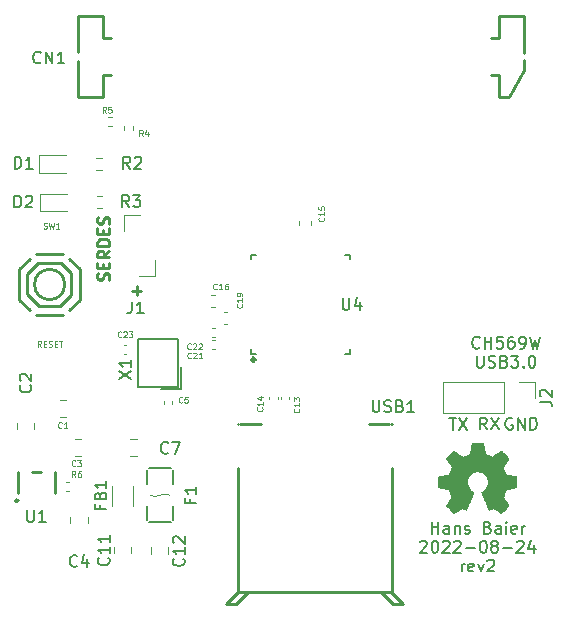
<source format=gbr>
%TF.GenerationSoftware,KiCad,Pcbnew,6.0.7-f9a2dced07~116~ubuntu20.04.1*%
%TF.CreationDate,2022-08-24T05:01:59+07:00*%
%TF.ProjectId,CH569Board,43483536-3942-46f6-9172-642e6b696361,rev?*%
%TF.SameCoordinates,Original*%
%TF.FileFunction,Legend,Top*%
%TF.FilePolarity,Positive*%
%FSLAX46Y46*%
G04 Gerber Fmt 4.6, Leading zero omitted, Abs format (unit mm)*
G04 Created by KiCad (PCBNEW 6.0.7-f9a2dced07~116~ubuntu20.04.1) date 2022-08-24 05:01:59*
%MOMM*%
%LPD*%
G01*
G04 APERTURE LIST*
%ADD10C,0.250000*%
%ADD11C,0.150000*%
%ADD12C,0.125000*%
%ADD13C,0.120000*%
%ADD14C,0.080000*%
%ADD15C,0.010000*%
%ADD16C,0.200000*%
%ADD17C,0.300000*%
G04 APERTURE END LIST*
D10*
X111328247Y-102230228D02*
X112090152Y-102230228D01*
X111709200Y-102611180D02*
X111709200Y-101849276D01*
D11*
X136684489Y-122793475D02*
X136684489Y-121793475D01*
X136684489Y-122269666D02*
X137255917Y-122269666D01*
X137255917Y-122793475D02*
X137255917Y-121793475D01*
X138160679Y-122793475D02*
X138160679Y-122269666D01*
X138113060Y-122174428D01*
X138017822Y-122126809D01*
X137827346Y-122126809D01*
X137732108Y-122174428D01*
X138160679Y-122745856D02*
X138065441Y-122793475D01*
X137827346Y-122793475D01*
X137732108Y-122745856D01*
X137684489Y-122650618D01*
X137684489Y-122555380D01*
X137732108Y-122460142D01*
X137827346Y-122412523D01*
X138065441Y-122412523D01*
X138160679Y-122364904D01*
X138636870Y-122126809D02*
X138636870Y-122793475D01*
X138636870Y-122222047D02*
X138684489Y-122174428D01*
X138779727Y-122126809D01*
X138922584Y-122126809D01*
X139017822Y-122174428D01*
X139065441Y-122269666D01*
X139065441Y-122793475D01*
X139494012Y-122745856D02*
X139589251Y-122793475D01*
X139779727Y-122793475D01*
X139874965Y-122745856D01*
X139922584Y-122650618D01*
X139922584Y-122602999D01*
X139874965Y-122507761D01*
X139779727Y-122460142D01*
X139636870Y-122460142D01*
X139541631Y-122412523D01*
X139494012Y-122317285D01*
X139494012Y-122269666D01*
X139541631Y-122174428D01*
X139636870Y-122126809D01*
X139779727Y-122126809D01*
X139874965Y-122174428D01*
X141446393Y-122269666D02*
X141589251Y-122317285D01*
X141636870Y-122364904D01*
X141684489Y-122460142D01*
X141684489Y-122602999D01*
X141636870Y-122698237D01*
X141589251Y-122745856D01*
X141494012Y-122793475D01*
X141113060Y-122793475D01*
X141113060Y-121793475D01*
X141446393Y-121793475D01*
X141541631Y-121841095D01*
X141589251Y-121888714D01*
X141636870Y-121983952D01*
X141636870Y-122079190D01*
X141589251Y-122174428D01*
X141541631Y-122222047D01*
X141446393Y-122269666D01*
X141113060Y-122269666D01*
X142541631Y-122793475D02*
X142541631Y-122269666D01*
X142494012Y-122174428D01*
X142398774Y-122126809D01*
X142208298Y-122126809D01*
X142113060Y-122174428D01*
X142541631Y-122745856D02*
X142446393Y-122793475D01*
X142208298Y-122793475D01*
X142113060Y-122745856D01*
X142065441Y-122650618D01*
X142065441Y-122555380D01*
X142113060Y-122460142D01*
X142208298Y-122412523D01*
X142446393Y-122412523D01*
X142541631Y-122364904D01*
X143017822Y-122793475D02*
X143017822Y-122126809D01*
X143017822Y-121793475D02*
X142970203Y-121841095D01*
X143017822Y-121888714D01*
X143065441Y-121841095D01*
X143017822Y-121793475D01*
X143017822Y-121888714D01*
X143874965Y-122745856D02*
X143779727Y-122793475D01*
X143589251Y-122793475D01*
X143494012Y-122745856D01*
X143446393Y-122650618D01*
X143446393Y-122269666D01*
X143494012Y-122174428D01*
X143589251Y-122126809D01*
X143779727Y-122126809D01*
X143874965Y-122174428D01*
X143922584Y-122269666D01*
X143922584Y-122364904D01*
X143446393Y-122460142D01*
X144351155Y-122793475D02*
X144351155Y-122126809D01*
X144351155Y-122317285D02*
X144398774Y-122222047D01*
X144446393Y-122174428D01*
X144541631Y-122126809D01*
X144636870Y-122126809D01*
X135732108Y-123498714D02*
X135779727Y-123451095D01*
X135874965Y-123403475D01*
X136113060Y-123403475D01*
X136208298Y-123451095D01*
X136255917Y-123498714D01*
X136303536Y-123593952D01*
X136303536Y-123689190D01*
X136255917Y-123832047D01*
X135684489Y-124403475D01*
X136303536Y-124403475D01*
X136922584Y-123403475D02*
X137017822Y-123403475D01*
X137113060Y-123451095D01*
X137160679Y-123498714D01*
X137208298Y-123593952D01*
X137255917Y-123784428D01*
X137255917Y-124022523D01*
X137208298Y-124212999D01*
X137160679Y-124308237D01*
X137113060Y-124355856D01*
X137017822Y-124403475D01*
X136922584Y-124403475D01*
X136827346Y-124355856D01*
X136779727Y-124308237D01*
X136732108Y-124212999D01*
X136684489Y-124022523D01*
X136684489Y-123784428D01*
X136732108Y-123593952D01*
X136779727Y-123498714D01*
X136827346Y-123451095D01*
X136922584Y-123403475D01*
X137636870Y-123498714D02*
X137684489Y-123451095D01*
X137779727Y-123403475D01*
X138017822Y-123403475D01*
X138113060Y-123451095D01*
X138160679Y-123498714D01*
X138208298Y-123593952D01*
X138208298Y-123689190D01*
X138160679Y-123832047D01*
X137589251Y-124403475D01*
X138208298Y-124403475D01*
X138589251Y-123498714D02*
X138636870Y-123451095D01*
X138732108Y-123403475D01*
X138970203Y-123403475D01*
X139065441Y-123451095D01*
X139113060Y-123498714D01*
X139160679Y-123593952D01*
X139160679Y-123689190D01*
X139113060Y-123832047D01*
X138541631Y-124403475D01*
X139160679Y-124403475D01*
X139589251Y-124022523D02*
X140351155Y-124022523D01*
X141017822Y-123403475D02*
X141113060Y-123403475D01*
X141208298Y-123451095D01*
X141255917Y-123498714D01*
X141303536Y-123593952D01*
X141351155Y-123784428D01*
X141351155Y-124022523D01*
X141303536Y-124212999D01*
X141255917Y-124308237D01*
X141208298Y-124355856D01*
X141113060Y-124403475D01*
X141017822Y-124403475D01*
X140922584Y-124355856D01*
X140874965Y-124308237D01*
X140827346Y-124212999D01*
X140779727Y-124022523D01*
X140779727Y-123784428D01*
X140827346Y-123593952D01*
X140874965Y-123498714D01*
X140922584Y-123451095D01*
X141017822Y-123403475D01*
X141922584Y-123832047D02*
X141827346Y-123784428D01*
X141779727Y-123736809D01*
X141732108Y-123641571D01*
X141732108Y-123593952D01*
X141779727Y-123498714D01*
X141827346Y-123451095D01*
X141922584Y-123403475D01*
X142113060Y-123403475D01*
X142208298Y-123451095D01*
X142255917Y-123498714D01*
X142303536Y-123593952D01*
X142303536Y-123641571D01*
X142255917Y-123736809D01*
X142208298Y-123784428D01*
X142113060Y-123832047D01*
X141922584Y-123832047D01*
X141827346Y-123879666D01*
X141779727Y-123927285D01*
X141732108Y-124022523D01*
X141732108Y-124212999D01*
X141779727Y-124308237D01*
X141827346Y-124355856D01*
X141922584Y-124403475D01*
X142113060Y-124403475D01*
X142208298Y-124355856D01*
X142255917Y-124308237D01*
X142303536Y-124212999D01*
X142303536Y-124022523D01*
X142255917Y-123927285D01*
X142208298Y-123879666D01*
X142113060Y-123832047D01*
X142732108Y-124022523D02*
X143494012Y-124022523D01*
X143922584Y-123498714D02*
X143970203Y-123451095D01*
X144065441Y-123403475D01*
X144303536Y-123403475D01*
X144398774Y-123451095D01*
X144446393Y-123498714D01*
X144494012Y-123593952D01*
X144494012Y-123689190D01*
X144446393Y-123832047D01*
X143874965Y-124403475D01*
X144494012Y-124403475D01*
X145351155Y-123736809D02*
X145351155Y-124403475D01*
X145113060Y-123355856D02*
X144874965Y-124070142D01*
X145494012Y-124070142D01*
X140760714Y-107027142D02*
X140713095Y-107074761D01*
X140570238Y-107122380D01*
X140475000Y-107122380D01*
X140332142Y-107074761D01*
X140236904Y-106979523D01*
X140189285Y-106884285D01*
X140141666Y-106693809D01*
X140141666Y-106550952D01*
X140189285Y-106360476D01*
X140236904Y-106265238D01*
X140332142Y-106170000D01*
X140475000Y-106122380D01*
X140570238Y-106122380D01*
X140713095Y-106170000D01*
X140760714Y-106217619D01*
X141189285Y-107122380D02*
X141189285Y-106122380D01*
X141189285Y-106598571D02*
X141760714Y-106598571D01*
X141760714Y-107122380D02*
X141760714Y-106122380D01*
X142713095Y-106122380D02*
X142236904Y-106122380D01*
X142189285Y-106598571D01*
X142236904Y-106550952D01*
X142332142Y-106503333D01*
X142570238Y-106503333D01*
X142665476Y-106550952D01*
X142713095Y-106598571D01*
X142760714Y-106693809D01*
X142760714Y-106931904D01*
X142713095Y-107027142D01*
X142665476Y-107074761D01*
X142570238Y-107122380D01*
X142332142Y-107122380D01*
X142236904Y-107074761D01*
X142189285Y-107027142D01*
X143617857Y-106122380D02*
X143427380Y-106122380D01*
X143332142Y-106170000D01*
X143284523Y-106217619D01*
X143189285Y-106360476D01*
X143141666Y-106550952D01*
X143141666Y-106931904D01*
X143189285Y-107027142D01*
X143236904Y-107074761D01*
X143332142Y-107122380D01*
X143522619Y-107122380D01*
X143617857Y-107074761D01*
X143665476Y-107027142D01*
X143713095Y-106931904D01*
X143713095Y-106693809D01*
X143665476Y-106598571D01*
X143617857Y-106550952D01*
X143522619Y-106503333D01*
X143332142Y-106503333D01*
X143236904Y-106550952D01*
X143189285Y-106598571D01*
X143141666Y-106693809D01*
X144189285Y-107122380D02*
X144379761Y-107122380D01*
X144475000Y-107074761D01*
X144522619Y-107027142D01*
X144617857Y-106884285D01*
X144665476Y-106693809D01*
X144665476Y-106312857D01*
X144617857Y-106217619D01*
X144570238Y-106170000D01*
X144475000Y-106122380D01*
X144284523Y-106122380D01*
X144189285Y-106170000D01*
X144141666Y-106217619D01*
X144094047Y-106312857D01*
X144094047Y-106550952D01*
X144141666Y-106646190D01*
X144189285Y-106693809D01*
X144284523Y-106741428D01*
X144475000Y-106741428D01*
X144570238Y-106693809D01*
X144617857Y-106646190D01*
X144665476Y-106550952D01*
X144998809Y-106122380D02*
X145236904Y-107122380D01*
X145427380Y-106408095D01*
X145617857Y-107122380D01*
X145855952Y-106122380D01*
X140522619Y-107732380D02*
X140522619Y-108541904D01*
X140570238Y-108637142D01*
X140617857Y-108684761D01*
X140713095Y-108732380D01*
X140903571Y-108732380D01*
X140998809Y-108684761D01*
X141046428Y-108637142D01*
X141094047Y-108541904D01*
X141094047Y-107732380D01*
X141522619Y-108684761D02*
X141665476Y-108732380D01*
X141903571Y-108732380D01*
X141998809Y-108684761D01*
X142046428Y-108637142D01*
X142094047Y-108541904D01*
X142094047Y-108446666D01*
X142046428Y-108351428D01*
X141998809Y-108303809D01*
X141903571Y-108256190D01*
X141713095Y-108208571D01*
X141617857Y-108160952D01*
X141570238Y-108113333D01*
X141522619Y-108018095D01*
X141522619Y-107922857D01*
X141570238Y-107827619D01*
X141617857Y-107780000D01*
X141713095Y-107732380D01*
X141951190Y-107732380D01*
X142094047Y-107780000D01*
X142855952Y-108208571D02*
X142998809Y-108256190D01*
X143046428Y-108303809D01*
X143094047Y-108399047D01*
X143094047Y-108541904D01*
X143046428Y-108637142D01*
X142998809Y-108684761D01*
X142903571Y-108732380D01*
X142522619Y-108732380D01*
X142522619Y-107732380D01*
X142855952Y-107732380D01*
X142951190Y-107780000D01*
X142998809Y-107827619D01*
X143046428Y-107922857D01*
X143046428Y-108018095D01*
X142998809Y-108113333D01*
X142951190Y-108160952D01*
X142855952Y-108208571D01*
X142522619Y-108208571D01*
X143427380Y-107732380D02*
X144046428Y-107732380D01*
X143713095Y-108113333D01*
X143855952Y-108113333D01*
X143951190Y-108160952D01*
X143998809Y-108208571D01*
X144046428Y-108303809D01*
X144046428Y-108541904D01*
X143998809Y-108637142D01*
X143951190Y-108684761D01*
X143855952Y-108732380D01*
X143570238Y-108732380D01*
X143475000Y-108684761D01*
X143427380Y-108637142D01*
X144475000Y-108637142D02*
X144522619Y-108684761D01*
X144475000Y-108732380D01*
X144427380Y-108684761D01*
X144475000Y-108637142D01*
X144475000Y-108732380D01*
X145141666Y-107732380D02*
X145236904Y-107732380D01*
X145332142Y-107780000D01*
X145379761Y-107827619D01*
X145427380Y-107922857D01*
X145475000Y-108113333D01*
X145475000Y-108351428D01*
X145427380Y-108541904D01*
X145379761Y-108637142D01*
X145332142Y-108684761D01*
X145236904Y-108732380D01*
X145141666Y-108732380D01*
X145046428Y-108684761D01*
X144998809Y-108637142D01*
X144951190Y-108541904D01*
X144903571Y-108351428D01*
X144903571Y-108113333D01*
X144951190Y-107922857D01*
X144998809Y-107827619D01*
X145046428Y-107780000D01*
X145141666Y-107732380D01*
X141363333Y-113962380D02*
X141030000Y-113486190D01*
X140791904Y-113962380D02*
X140791904Y-112962380D01*
X141172857Y-112962380D01*
X141268095Y-113010000D01*
X141315714Y-113057619D01*
X141363333Y-113152857D01*
X141363333Y-113295714D01*
X141315714Y-113390952D01*
X141268095Y-113438571D01*
X141172857Y-113486190D01*
X140791904Y-113486190D01*
X141696666Y-112962380D02*
X142363333Y-113962380D01*
X142363333Y-112962380D02*
X141696666Y-113962380D01*
X143518095Y-113030000D02*
X143422857Y-112982380D01*
X143280000Y-112982380D01*
X143137142Y-113030000D01*
X143041904Y-113125238D01*
X142994285Y-113220476D01*
X142946666Y-113410952D01*
X142946666Y-113553809D01*
X142994285Y-113744285D01*
X143041904Y-113839523D01*
X143137142Y-113934761D01*
X143280000Y-113982380D01*
X143375238Y-113982380D01*
X143518095Y-113934761D01*
X143565714Y-113887142D01*
X143565714Y-113553809D01*
X143375238Y-113553809D01*
X143994285Y-113982380D02*
X143994285Y-112982380D01*
X144565714Y-113982380D01*
X144565714Y-112982380D01*
X145041904Y-113982380D02*
X145041904Y-112982380D01*
X145280000Y-112982380D01*
X145422857Y-113030000D01*
X145518095Y-113125238D01*
X145565714Y-113220476D01*
X145613333Y-113410952D01*
X145613333Y-113553809D01*
X145565714Y-113744285D01*
X145518095Y-113839523D01*
X145422857Y-113934761D01*
X145280000Y-113982380D01*
X145041904Y-113982380D01*
X139232108Y-125998475D02*
X139232108Y-125331809D01*
X139232108Y-125522285D02*
X139279727Y-125427047D01*
X139327346Y-125379428D01*
X139422584Y-125331809D01*
X139517822Y-125331809D01*
X140232108Y-125950856D02*
X140136870Y-125998475D01*
X139946393Y-125998475D01*
X139851155Y-125950856D01*
X139803536Y-125855618D01*
X139803536Y-125474666D01*
X139851155Y-125379428D01*
X139946393Y-125331809D01*
X140136870Y-125331809D01*
X140232108Y-125379428D01*
X140279727Y-125474666D01*
X140279727Y-125569904D01*
X139803536Y-125665142D01*
X140613060Y-125331809D02*
X140851155Y-125998475D01*
X141089251Y-125331809D01*
X141422584Y-125093714D02*
X141470203Y-125046095D01*
X141565441Y-124998475D01*
X141803536Y-124998475D01*
X141898774Y-125046095D01*
X141946393Y-125093714D01*
X141994012Y-125188952D01*
X141994012Y-125284190D01*
X141946393Y-125427047D01*
X141374965Y-125998475D01*
X141994012Y-125998475D01*
X138178095Y-112982380D02*
X138749523Y-112982380D01*
X138463809Y-113982380D02*
X138463809Y-112982380D01*
X138987619Y-112982380D02*
X139654285Y-113982380D01*
X139654285Y-112982380D02*
X138987619Y-113982380D01*
D10*
X109354761Y-101316666D02*
X109402380Y-101173809D01*
X109402380Y-100935714D01*
X109354761Y-100840476D01*
X109307142Y-100792857D01*
X109211904Y-100745238D01*
X109116666Y-100745238D01*
X109021428Y-100792857D01*
X108973809Y-100840476D01*
X108926190Y-100935714D01*
X108878571Y-101126190D01*
X108830952Y-101221428D01*
X108783333Y-101269047D01*
X108688095Y-101316666D01*
X108592857Y-101316666D01*
X108497619Y-101269047D01*
X108450000Y-101221428D01*
X108402380Y-101126190D01*
X108402380Y-100888095D01*
X108450000Y-100745238D01*
X108878571Y-100316666D02*
X108878571Y-99983333D01*
X109402380Y-99840476D02*
X109402380Y-100316666D01*
X108402380Y-100316666D01*
X108402380Y-99840476D01*
X109402380Y-98840476D02*
X108926190Y-99173809D01*
X109402380Y-99411904D02*
X108402380Y-99411904D01*
X108402380Y-99030952D01*
X108450000Y-98935714D01*
X108497619Y-98888095D01*
X108592857Y-98840476D01*
X108735714Y-98840476D01*
X108830952Y-98888095D01*
X108878571Y-98935714D01*
X108926190Y-99030952D01*
X108926190Y-99411904D01*
X109402380Y-98411904D02*
X108402380Y-98411904D01*
X108402380Y-98173809D01*
X108450000Y-98030952D01*
X108545238Y-97935714D01*
X108640476Y-97888095D01*
X108830952Y-97840476D01*
X108973809Y-97840476D01*
X109164285Y-97888095D01*
X109259523Y-97935714D01*
X109354761Y-98030952D01*
X109402380Y-98173809D01*
X109402380Y-98411904D01*
X108878571Y-97411904D02*
X108878571Y-97078571D01*
X109402380Y-96935714D02*
X109402380Y-97411904D01*
X108402380Y-97411904D01*
X108402380Y-96935714D01*
X109354761Y-96554761D02*
X109402380Y-96411904D01*
X109402380Y-96173809D01*
X109354761Y-96078571D01*
X109307142Y-96030952D01*
X109211904Y-95983333D01*
X109116666Y-95983333D01*
X109021428Y-96030952D01*
X108973809Y-96078571D01*
X108926190Y-96173809D01*
X108878571Y-96364285D01*
X108830952Y-96459523D01*
X108783333Y-96507142D01*
X108688095Y-96554761D01*
X108592857Y-96554761D01*
X108497619Y-96507142D01*
X108450000Y-96459523D01*
X108402380Y-96364285D01*
X108402380Y-96126190D01*
X108450000Y-95983333D01*
D11*
%TO.C,X1*%
X110262380Y-109669523D02*
X111262380Y-109002857D01*
X110262380Y-109002857D02*
X111262380Y-109669523D01*
X111262380Y-108098095D02*
X111262380Y-108669523D01*
X111262380Y-108383809D02*
X110262380Y-108383809D01*
X110405238Y-108479047D01*
X110500476Y-108574285D01*
X110548095Y-108669523D01*
D12*
%TO.C,C23*%
X110413571Y-106113571D02*
X110389761Y-106137380D01*
X110318333Y-106161190D01*
X110270714Y-106161190D01*
X110199285Y-106137380D01*
X110151666Y-106089761D01*
X110127857Y-106042142D01*
X110104047Y-105946904D01*
X110104047Y-105875476D01*
X110127857Y-105780238D01*
X110151666Y-105732619D01*
X110199285Y-105685000D01*
X110270714Y-105661190D01*
X110318333Y-105661190D01*
X110389761Y-105685000D01*
X110413571Y-105708809D01*
X110604047Y-105708809D02*
X110627857Y-105685000D01*
X110675476Y-105661190D01*
X110794523Y-105661190D01*
X110842142Y-105685000D01*
X110865952Y-105708809D01*
X110889761Y-105756428D01*
X110889761Y-105804047D01*
X110865952Y-105875476D01*
X110580238Y-106161190D01*
X110889761Y-106161190D01*
X111056428Y-105661190D02*
X111365952Y-105661190D01*
X111199285Y-105851666D01*
X111270714Y-105851666D01*
X111318333Y-105875476D01*
X111342142Y-105899285D01*
X111365952Y-105946904D01*
X111365952Y-106065952D01*
X111342142Y-106113571D01*
X111318333Y-106137380D01*
X111270714Y-106161190D01*
X111127857Y-106161190D01*
X111080238Y-106137380D01*
X111056428Y-106113571D01*
%TO.C,C5*%
X115576666Y-111663571D02*
X115552857Y-111687380D01*
X115481428Y-111711190D01*
X115433809Y-111711190D01*
X115362380Y-111687380D01*
X115314761Y-111639761D01*
X115290952Y-111592142D01*
X115267142Y-111496904D01*
X115267142Y-111425476D01*
X115290952Y-111330238D01*
X115314761Y-111282619D01*
X115362380Y-111235000D01*
X115433809Y-111211190D01*
X115481428Y-111211190D01*
X115552857Y-111235000D01*
X115576666Y-111258809D01*
X116029047Y-111211190D02*
X115790952Y-111211190D01*
X115767142Y-111449285D01*
X115790952Y-111425476D01*
X115838571Y-111401666D01*
X115957619Y-111401666D01*
X116005238Y-111425476D01*
X116029047Y-111449285D01*
X116052857Y-111496904D01*
X116052857Y-111615952D01*
X116029047Y-111663571D01*
X116005238Y-111687380D01*
X115957619Y-111711190D01*
X115838571Y-111711190D01*
X115790952Y-111687380D01*
X115767142Y-111663571D01*
%TO.C,R4*%
X112241666Y-89126190D02*
X112075000Y-88888095D01*
X111955952Y-89126190D02*
X111955952Y-88626190D01*
X112146428Y-88626190D01*
X112194047Y-88650000D01*
X112217857Y-88673809D01*
X112241666Y-88721428D01*
X112241666Y-88792857D01*
X112217857Y-88840476D01*
X112194047Y-88864285D01*
X112146428Y-88888095D01*
X111955952Y-88888095D01*
X112670238Y-88792857D02*
X112670238Y-89126190D01*
X112551190Y-88602380D02*
X112432142Y-88959523D01*
X112741666Y-88959523D01*
D11*
%TO.C,CN1*%
X103589523Y-82887142D02*
X103541904Y-82934761D01*
X103399047Y-82982380D01*
X103303809Y-82982380D01*
X103160952Y-82934761D01*
X103065714Y-82839523D01*
X103018095Y-82744285D01*
X102970476Y-82553809D01*
X102970476Y-82410952D01*
X103018095Y-82220476D01*
X103065714Y-82125238D01*
X103160952Y-82030000D01*
X103303809Y-81982380D01*
X103399047Y-81982380D01*
X103541904Y-82030000D01*
X103589523Y-82077619D01*
X104018095Y-82982380D02*
X104018095Y-81982380D01*
X104589523Y-82982380D01*
X104589523Y-81982380D01*
X105589523Y-82982380D02*
X105018095Y-82982380D01*
X105303809Y-82982380D02*
X105303809Y-81982380D01*
X105208571Y-82125238D01*
X105113333Y-82220476D01*
X105018095Y-82268095D01*
D12*
%TO.C,C14*%
X122348571Y-112111428D02*
X122372380Y-112135238D01*
X122396190Y-112206666D01*
X122396190Y-112254285D01*
X122372380Y-112325714D01*
X122324761Y-112373333D01*
X122277142Y-112397142D01*
X122181904Y-112420952D01*
X122110476Y-112420952D01*
X122015238Y-112397142D01*
X121967619Y-112373333D01*
X121920000Y-112325714D01*
X121896190Y-112254285D01*
X121896190Y-112206666D01*
X121920000Y-112135238D01*
X121943809Y-112111428D01*
X122396190Y-111635238D02*
X122396190Y-111920952D01*
X122396190Y-111778095D02*
X121896190Y-111778095D01*
X121967619Y-111825714D01*
X122015238Y-111873333D01*
X122039047Y-111920952D01*
X122062857Y-111206666D02*
X122396190Y-111206666D01*
X121872380Y-111325714D02*
X122229523Y-111444761D01*
X122229523Y-111135238D01*
%TO.C,C19*%
X120628571Y-103346428D02*
X120652380Y-103370238D01*
X120676190Y-103441666D01*
X120676190Y-103489285D01*
X120652380Y-103560714D01*
X120604761Y-103608333D01*
X120557142Y-103632142D01*
X120461904Y-103655952D01*
X120390476Y-103655952D01*
X120295238Y-103632142D01*
X120247619Y-103608333D01*
X120200000Y-103560714D01*
X120176190Y-103489285D01*
X120176190Y-103441666D01*
X120200000Y-103370238D01*
X120223809Y-103346428D01*
X120676190Y-102870238D02*
X120676190Y-103155952D01*
X120676190Y-103013095D02*
X120176190Y-103013095D01*
X120247619Y-103060714D01*
X120295238Y-103108333D01*
X120319047Y-103155952D01*
X120676190Y-102632142D02*
X120676190Y-102536904D01*
X120652380Y-102489285D01*
X120628571Y-102465476D01*
X120557142Y-102417857D01*
X120461904Y-102394047D01*
X120271428Y-102394047D01*
X120223809Y-102417857D01*
X120200000Y-102441666D01*
X120176190Y-102489285D01*
X120176190Y-102584523D01*
X120200000Y-102632142D01*
X120223809Y-102655952D01*
X120271428Y-102679761D01*
X120390476Y-102679761D01*
X120438095Y-102655952D01*
X120461904Y-102632142D01*
X120485714Y-102584523D01*
X120485714Y-102489285D01*
X120461904Y-102441666D01*
X120438095Y-102417857D01*
X120390476Y-102394047D01*
D11*
%TO.C,C4*%
X106683333Y-125507142D02*
X106635714Y-125554761D01*
X106492857Y-125602380D01*
X106397619Y-125602380D01*
X106254761Y-125554761D01*
X106159523Y-125459523D01*
X106111904Y-125364285D01*
X106064285Y-125173809D01*
X106064285Y-125030952D01*
X106111904Y-124840476D01*
X106159523Y-124745238D01*
X106254761Y-124650000D01*
X106397619Y-124602380D01*
X106492857Y-124602380D01*
X106635714Y-124650000D01*
X106683333Y-124697619D01*
X107540476Y-124935714D02*
X107540476Y-125602380D01*
X107302380Y-124554761D02*
X107064285Y-125269047D01*
X107683333Y-125269047D01*
D12*
%TO.C,C16*%
X118508571Y-102068571D02*
X118484761Y-102092380D01*
X118413333Y-102116190D01*
X118365714Y-102116190D01*
X118294285Y-102092380D01*
X118246666Y-102044761D01*
X118222857Y-101997142D01*
X118199047Y-101901904D01*
X118199047Y-101830476D01*
X118222857Y-101735238D01*
X118246666Y-101687619D01*
X118294285Y-101640000D01*
X118365714Y-101616190D01*
X118413333Y-101616190D01*
X118484761Y-101640000D01*
X118508571Y-101663809D01*
X118984761Y-102116190D02*
X118699047Y-102116190D01*
X118841904Y-102116190D02*
X118841904Y-101616190D01*
X118794285Y-101687619D01*
X118746666Y-101735238D01*
X118699047Y-101759047D01*
X119413333Y-101616190D02*
X119318095Y-101616190D01*
X119270476Y-101640000D01*
X119246666Y-101663809D01*
X119199047Y-101735238D01*
X119175238Y-101830476D01*
X119175238Y-102020952D01*
X119199047Y-102068571D01*
X119222857Y-102092380D01*
X119270476Y-102116190D01*
X119365714Y-102116190D01*
X119413333Y-102092380D01*
X119437142Y-102068571D01*
X119460952Y-102020952D01*
X119460952Y-101901904D01*
X119437142Y-101854285D01*
X119413333Y-101830476D01*
X119365714Y-101806666D01*
X119270476Y-101806666D01*
X119222857Y-101830476D01*
X119199047Y-101854285D01*
X119175238Y-101901904D01*
D11*
%TO.C,U1*%
X102438095Y-120802380D02*
X102438095Y-121611904D01*
X102485714Y-121707142D01*
X102533333Y-121754761D01*
X102628571Y-121802380D01*
X102819047Y-121802380D01*
X102914285Y-121754761D01*
X102961904Y-121707142D01*
X103009523Y-121611904D01*
X103009523Y-120802380D01*
X104009523Y-121802380D02*
X103438095Y-121802380D01*
X103723809Y-121802380D02*
X103723809Y-120802380D01*
X103628571Y-120945238D01*
X103533333Y-121040476D01*
X103438095Y-121088095D01*
D12*
%TO.C,C1*%
X105366666Y-113803571D02*
X105342857Y-113827380D01*
X105271428Y-113851190D01*
X105223809Y-113851190D01*
X105152380Y-113827380D01*
X105104761Y-113779761D01*
X105080952Y-113732142D01*
X105057142Y-113636904D01*
X105057142Y-113565476D01*
X105080952Y-113470238D01*
X105104761Y-113422619D01*
X105152380Y-113375000D01*
X105223809Y-113351190D01*
X105271428Y-113351190D01*
X105342857Y-113375000D01*
X105366666Y-113398809D01*
X105842857Y-113851190D02*
X105557142Y-113851190D01*
X105700000Y-113851190D02*
X105700000Y-113351190D01*
X105652380Y-113422619D01*
X105604761Y-113470238D01*
X105557142Y-113494047D01*
%TO.C,C13*%
X125458571Y-112201428D02*
X125482380Y-112225238D01*
X125506190Y-112296666D01*
X125506190Y-112344285D01*
X125482380Y-112415714D01*
X125434761Y-112463333D01*
X125387142Y-112487142D01*
X125291904Y-112510952D01*
X125220476Y-112510952D01*
X125125238Y-112487142D01*
X125077619Y-112463333D01*
X125030000Y-112415714D01*
X125006190Y-112344285D01*
X125006190Y-112296666D01*
X125030000Y-112225238D01*
X125053809Y-112201428D01*
X125506190Y-111725238D02*
X125506190Y-112010952D01*
X125506190Y-111868095D02*
X125006190Y-111868095D01*
X125077619Y-111915714D01*
X125125238Y-111963333D01*
X125149047Y-112010952D01*
X125006190Y-111558571D02*
X125006190Y-111249047D01*
X125196666Y-111415714D01*
X125196666Y-111344285D01*
X125220476Y-111296666D01*
X125244285Y-111272857D01*
X125291904Y-111249047D01*
X125410952Y-111249047D01*
X125458571Y-111272857D01*
X125482380Y-111296666D01*
X125506190Y-111344285D01*
X125506190Y-111487142D01*
X125482380Y-111534761D01*
X125458571Y-111558571D01*
D11*
%TO.C,D2*%
X101366104Y-95178580D02*
X101366104Y-94178580D01*
X101604200Y-94178580D01*
X101747057Y-94226200D01*
X101842295Y-94321438D01*
X101889914Y-94416676D01*
X101937533Y-94607152D01*
X101937533Y-94750009D01*
X101889914Y-94940485D01*
X101842295Y-95035723D01*
X101747057Y-95130961D01*
X101604200Y-95178580D01*
X101366104Y-95178580D01*
X102318485Y-94273819D02*
X102366104Y-94226200D01*
X102461342Y-94178580D01*
X102699438Y-94178580D01*
X102794676Y-94226200D01*
X102842295Y-94273819D01*
X102889914Y-94369057D01*
X102889914Y-94464295D01*
X102842295Y-94607152D01*
X102270866Y-95178580D01*
X102889914Y-95178580D01*
%TO.C,D1*%
X101392354Y-91883580D02*
X101392354Y-90883580D01*
X101630450Y-90883580D01*
X101773307Y-90931200D01*
X101868545Y-91026438D01*
X101916164Y-91121676D01*
X101963783Y-91312152D01*
X101963783Y-91455009D01*
X101916164Y-91645485D01*
X101868545Y-91740723D01*
X101773307Y-91835961D01*
X101630450Y-91883580D01*
X101392354Y-91883580D01*
X102916164Y-91883580D02*
X102344735Y-91883580D01*
X102630450Y-91883580D02*
X102630450Y-90883580D01*
X102535211Y-91026438D01*
X102439973Y-91121676D01*
X102344735Y-91169295D01*
D12*
%TO.C,R5*%
X109116666Y-87151190D02*
X108950000Y-86913095D01*
X108830952Y-87151190D02*
X108830952Y-86651190D01*
X109021428Y-86651190D01*
X109069047Y-86675000D01*
X109092857Y-86698809D01*
X109116666Y-86746428D01*
X109116666Y-86817857D01*
X109092857Y-86865476D01*
X109069047Y-86889285D01*
X109021428Y-86913095D01*
X108830952Y-86913095D01*
X109569047Y-86651190D02*
X109330952Y-86651190D01*
X109307142Y-86889285D01*
X109330952Y-86865476D01*
X109378571Y-86841666D01*
X109497619Y-86841666D01*
X109545238Y-86865476D01*
X109569047Y-86889285D01*
X109592857Y-86936904D01*
X109592857Y-87055952D01*
X109569047Y-87103571D01*
X109545238Y-87127380D01*
X109497619Y-87151190D01*
X109378571Y-87151190D01*
X109330952Y-87127380D01*
X109307142Y-87103571D01*
%TO.C,SW1*%
X103833333Y-96952380D02*
X103904761Y-96976190D01*
X104023809Y-96976190D01*
X104071428Y-96952380D01*
X104095238Y-96928571D01*
X104119047Y-96880952D01*
X104119047Y-96833333D01*
X104095238Y-96785714D01*
X104071428Y-96761904D01*
X104023809Y-96738095D01*
X103928571Y-96714285D01*
X103880952Y-96690476D01*
X103857142Y-96666666D01*
X103833333Y-96619047D01*
X103833333Y-96571428D01*
X103857142Y-96523809D01*
X103880952Y-96500000D01*
X103928571Y-96476190D01*
X104047619Y-96476190D01*
X104119047Y-96500000D01*
X104285714Y-96476190D02*
X104404761Y-96976190D01*
X104500000Y-96619047D01*
X104595238Y-96976190D01*
X104714285Y-96476190D01*
X105166666Y-96976190D02*
X104880952Y-96976190D01*
X105023809Y-96976190D02*
X105023809Y-96476190D01*
X104976190Y-96547619D01*
X104928571Y-96595238D01*
X104880952Y-96619047D01*
X103623809Y-106976190D02*
X103457142Y-106738095D01*
X103338095Y-106976190D02*
X103338095Y-106476190D01*
X103528571Y-106476190D01*
X103576190Y-106500000D01*
X103600000Y-106523809D01*
X103623809Y-106571428D01*
X103623809Y-106642857D01*
X103600000Y-106690476D01*
X103576190Y-106714285D01*
X103528571Y-106738095D01*
X103338095Y-106738095D01*
X103838095Y-106714285D02*
X104004761Y-106714285D01*
X104076190Y-106976190D02*
X103838095Y-106976190D01*
X103838095Y-106476190D01*
X104076190Y-106476190D01*
X104266666Y-106952380D02*
X104338095Y-106976190D01*
X104457142Y-106976190D01*
X104504761Y-106952380D01*
X104528571Y-106928571D01*
X104552380Y-106880952D01*
X104552380Y-106833333D01*
X104528571Y-106785714D01*
X104504761Y-106761904D01*
X104457142Y-106738095D01*
X104361904Y-106714285D01*
X104314285Y-106690476D01*
X104290476Y-106666666D01*
X104266666Y-106619047D01*
X104266666Y-106571428D01*
X104290476Y-106523809D01*
X104314285Y-106500000D01*
X104361904Y-106476190D01*
X104480952Y-106476190D01*
X104552380Y-106500000D01*
X104766666Y-106714285D02*
X104933333Y-106714285D01*
X105004761Y-106976190D02*
X104766666Y-106976190D01*
X104766666Y-106476190D01*
X105004761Y-106476190D01*
X105147619Y-106476190D02*
X105433333Y-106476190D01*
X105290476Y-106976190D02*
X105290476Y-106476190D01*
D11*
%TO.C,J1*%
X111316666Y-103152380D02*
X111316666Y-103866666D01*
X111269047Y-104009523D01*
X111173809Y-104104761D01*
X111030952Y-104152380D01*
X110935714Y-104152380D01*
X112316666Y-104152380D02*
X111745238Y-104152380D01*
X112030952Y-104152380D02*
X112030952Y-103152380D01*
X111935714Y-103295238D01*
X111840476Y-103390476D01*
X111745238Y-103438095D01*
D12*
%TO.C,C21*%
X116328971Y-107915971D02*
X116305161Y-107939780D01*
X116233733Y-107963590D01*
X116186114Y-107963590D01*
X116114685Y-107939780D01*
X116067066Y-107892161D01*
X116043257Y-107844542D01*
X116019447Y-107749304D01*
X116019447Y-107677876D01*
X116043257Y-107582638D01*
X116067066Y-107535019D01*
X116114685Y-107487400D01*
X116186114Y-107463590D01*
X116233733Y-107463590D01*
X116305161Y-107487400D01*
X116328971Y-107511209D01*
X116519447Y-107511209D02*
X116543257Y-107487400D01*
X116590876Y-107463590D01*
X116709923Y-107463590D01*
X116757542Y-107487400D01*
X116781352Y-107511209D01*
X116805161Y-107558828D01*
X116805161Y-107606447D01*
X116781352Y-107677876D01*
X116495638Y-107963590D01*
X116805161Y-107963590D01*
X117281352Y-107963590D02*
X116995638Y-107963590D01*
X117138495Y-107963590D02*
X117138495Y-107463590D01*
X117090876Y-107535019D01*
X117043257Y-107582638D01*
X116995638Y-107606447D01*
D11*
%TO.C,C12*%
X115682142Y-124917857D02*
X115729761Y-124965476D01*
X115777380Y-125108333D01*
X115777380Y-125203571D01*
X115729761Y-125346428D01*
X115634523Y-125441666D01*
X115539285Y-125489285D01*
X115348809Y-125536904D01*
X115205952Y-125536904D01*
X115015476Y-125489285D01*
X114920238Y-125441666D01*
X114825000Y-125346428D01*
X114777380Y-125203571D01*
X114777380Y-125108333D01*
X114825000Y-124965476D01*
X114872619Y-124917857D01*
X115777380Y-123965476D02*
X115777380Y-124536904D01*
X115777380Y-124251190D02*
X114777380Y-124251190D01*
X114920238Y-124346428D01*
X115015476Y-124441666D01*
X115063095Y-124536904D01*
X114872619Y-123584523D02*
X114825000Y-123536904D01*
X114777380Y-123441666D01*
X114777380Y-123203571D01*
X114825000Y-123108333D01*
X114872619Y-123060714D01*
X114967857Y-123013095D01*
X115063095Y-123013095D01*
X115205952Y-123060714D01*
X115777380Y-123632142D01*
X115777380Y-123013095D01*
%TO.C,J2*%
X145857380Y-111608333D02*
X146571666Y-111608333D01*
X146714523Y-111655952D01*
X146809761Y-111751190D01*
X146857380Y-111894047D01*
X146857380Y-111989285D01*
X145952619Y-111179761D02*
X145905000Y-111132142D01*
X145857380Y-111036904D01*
X145857380Y-110798809D01*
X145905000Y-110703571D01*
X145952619Y-110655952D01*
X146047857Y-110608333D01*
X146143095Y-110608333D01*
X146285952Y-110655952D01*
X146857380Y-111227380D01*
X146857380Y-110608333D01*
%TO.C,C7*%
X114387333Y-115927142D02*
X114339714Y-115974761D01*
X114196857Y-116022380D01*
X114101619Y-116022380D01*
X113958761Y-115974761D01*
X113863523Y-115879523D01*
X113815904Y-115784285D01*
X113768285Y-115593809D01*
X113768285Y-115450952D01*
X113815904Y-115260476D01*
X113863523Y-115165238D01*
X113958761Y-115070000D01*
X114101619Y-115022380D01*
X114196857Y-115022380D01*
X114339714Y-115070000D01*
X114387333Y-115117619D01*
X114720666Y-115022380D02*
X115387333Y-115022380D01*
X114958761Y-116022380D01*
%TO.C,USB1*%
X131691904Y-111492380D02*
X131691904Y-112301904D01*
X131739523Y-112397142D01*
X131787142Y-112444761D01*
X131882380Y-112492380D01*
X132072857Y-112492380D01*
X132168095Y-112444761D01*
X132215714Y-112397142D01*
X132263333Y-112301904D01*
X132263333Y-111492380D01*
X132691904Y-112444761D02*
X132834761Y-112492380D01*
X133072857Y-112492380D01*
X133168095Y-112444761D01*
X133215714Y-112397142D01*
X133263333Y-112301904D01*
X133263333Y-112206666D01*
X133215714Y-112111428D01*
X133168095Y-112063809D01*
X133072857Y-112016190D01*
X132882380Y-111968571D01*
X132787142Y-111920952D01*
X132739523Y-111873333D01*
X132691904Y-111778095D01*
X132691904Y-111682857D01*
X132739523Y-111587619D01*
X132787142Y-111540000D01*
X132882380Y-111492380D01*
X133120476Y-111492380D01*
X133263333Y-111540000D01*
X134025238Y-111968571D02*
X134168095Y-112016190D01*
X134215714Y-112063809D01*
X134263333Y-112159047D01*
X134263333Y-112301904D01*
X134215714Y-112397142D01*
X134168095Y-112444761D01*
X134072857Y-112492380D01*
X133691904Y-112492380D01*
X133691904Y-111492380D01*
X134025238Y-111492380D01*
X134120476Y-111540000D01*
X134168095Y-111587619D01*
X134215714Y-111682857D01*
X134215714Y-111778095D01*
X134168095Y-111873333D01*
X134120476Y-111920952D01*
X134025238Y-111968571D01*
X133691904Y-111968571D01*
X135215714Y-112492380D02*
X134644285Y-112492380D01*
X134930000Y-112492380D02*
X134930000Y-111492380D01*
X134834761Y-111635238D01*
X134739523Y-111730476D01*
X134644285Y-111778095D01*
D12*
%TO.C,C3*%
X106516666Y-117028571D02*
X106492857Y-117052380D01*
X106421428Y-117076190D01*
X106373809Y-117076190D01*
X106302380Y-117052380D01*
X106254761Y-117004761D01*
X106230952Y-116957142D01*
X106207142Y-116861904D01*
X106207142Y-116790476D01*
X106230952Y-116695238D01*
X106254761Y-116647619D01*
X106302380Y-116600000D01*
X106373809Y-116576190D01*
X106421428Y-116576190D01*
X106492857Y-116600000D01*
X106516666Y-116623809D01*
X106683333Y-116576190D02*
X106992857Y-116576190D01*
X106826190Y-116766666D01*
X106897619Y-116766666D01*
X106945238Y-116790476D01*
X106969047Y-116814285D01*
X106992857Y-116861904D01*
X106992857Y-116980952D01*
X106969047Y-117028571D01*
X106945238Y-117052380D01*
X106897619Y-117076190D01*
X106754761Y-117076190D01*
X106707142Y-117052380D01*
X106683333Y-117028571D01*
D11*
%TO.C,R3*%
X111077533Y-95138580D02*
X110744200Y-94662390D01*
X110506104Y-95138580D02*
X110506104Y-94138580D01*
X110887057Y-94138580D01*
X110982295Y-94186200D01*
X111029914Y-94233819D01*
X111077533Y-94329057D01*
X111077533Y-94471914D01*
X111029914Y-94567152D01*
X110982295Y-94614771D01*
X110887057Y-94662390D01*
X110506104Y-94662390D01*
X111410866Y-94138580D02*
X112029914Y-94138580D01*
X111696580Y-94519533D01*
X111839438Y-94519533D01*
X111934676Y-94567152D01*
X111982295Y-94614771D01*
X112029914Y-94710009D01*
X112029914Y-94948104D01*
X111982295Y-95043342D01*
X111934676Y-95090961D01*
X111839438Y-95138580D01*
X111553723Y-95138580D01*
X111458485Y-95090961D01*
X111410866Y-95043342D01*
%TO.C,R2*%
X111163783Y-91883580D02*
X110830450Y-91407390D01*
X110592354Y-91883580D02*
X110592354Y-90883580D01*
X110973307Y-90883580D01*
X111068545Y-90931200D01*
X111116164Y-90978819D01*
X111163783Y-91074057D01*
X111163783Y-91216914D01*
X111116164Y-91312152D01*
X111068545Y-91359771D01*
X110973307Y-91407390D01*
X110592354Y-91407390D01*
X111544735Y-90978819D02*
X111592354Y-90931200D01*
X111687592Y-90883580D01*
X111925688Y-90883580D01*
X112020926Y-90931200D01*
X112068545Y-90978819D01*
X112116164Y-91074057D01*
X112116164Y-91169295D01*
X112068545Y-91312152D01*
X111497116Y-91883580D01*
X112116164Y-91883580D01*
%TO.C,F1*%
X116260571Y-119879733D02*
X116260571Y-120213066D01*
X116784380Y-120213066D02*
X115784380Y-120213066D01*
X115784380Y-119736876D01*
X116784380Y-118832114D02*
X116784380Y-119403542D01*
X116784380Y-119117828D02*
X115784380Y-119117828D01*
X115927238Y-119213066D01*
X116022476Y-119308304D01*
X116070095Y-119403542D01*
D12*
%TO.C,C15*%
X127558571Y-96031428D02*
X127582380Y-96055238D01*
X127606190Y-96126666D01*
X127606190Y-96174285D01*
X127582380Y-96245714D01*
X127534761Y-96293333D01*
X127487142Y-96317142D01*
X127391904Y-96340952D01*
X127320476Y-96340952D01*
X127225238Y-96317142D01*
X127177619Y-96293333D01*
X127130000Y-96245714D01*
X127106190Y-96174285D01*
X127106190Y-96126666D01*
X127130000Y-96055238D01*
X127153809Y-96031428D01*
X127606190Y-95555238D02*
X127606190Y-95840952D01*
X127606190Y-95698095D02*
X127106190Y-95698095D01*
X127177619Y-95745714D01*
X127225238Y-95793333D01*
X127249047Y-95840952D01*
X127106190Y-95102857D02*
X127106190Y-95340952D01*
X127344285Y-95364761D01*
X127320476Y-95340952D01*
X127296666Y-95293333D01*
X127296666Y-95174285D01*
X127320476Y-95126666D01*
X127344285Y-95102857D01*
X127391904Y-95079047D01*
X127510952Y-95079047D01*
X127558571Y-95102857D01*
X127582380Y-95126666D01*
X127606190Y-95174285D01*
X127606190Y-95293333D01*
X127582380Y-95340952D01*
X127558571Y-95364761D01*
%TO.C,C22*%
X116303571Y-107128571D02*
X116279761Y-107152380D01*
X116208333Y-107176190D01*
X116160714Y-107176190D01*
X116089285Y-107152380D01*
X116041666Y-107104761D01*
X116017857Y-107057142D01*
X115994047Y-106961904D01*
X115994047Y-106890476D01*
X116017857Y-106795238D01*
X116041666Y-106747619D01*
X116089285Y-106700000D01*
X116160714Y-106676190D01*
X116208333Y-106676190D01*
X116279761Y-106700000D01*
X116303571Y-106723809D01*
X116494047Y-106723809D02*
X116517857Y-106700000D01*
X116565476Y-106676190D01*
X116684523Y-106676190D01*
X116732142Y-106700000D01*
X116755952Y-106723809D01*
X116779761Y-106771428D01*
X116779761Y-106819047D01*
X116755952Y-106890476D01*
X116470238Y-107176190D01*
X116779761Y-107176190D01*
X116970238Y-106723809D02*
X116994047Y-106700000D01*
X117041666Y-106676190D01*
X117160714Y-106676190D01*
X117208333Y-106700000D01*
X117232142Y-106723809D01*
X117255952Y-106771428D01*
X117255952Y-106819047D01*
X117232142Y-106890476D01*
X116946428Y-107176190D01*
X117255952Y-107176190D01*
%TO.C,R6*%
X106541666Y-118001190D02*
X106375000Y-117763095D01*
X106255952Y-118001190D02*
X106255952Y-117501190D01*
X106446428Y-117501190D01*
X106494047Y-117525000D01*
X106517857Y-117548809D01*
X106541666Y-117596428D01*
X106541666Y-117667857D01*
X106517857Y-117715476D01*
X106494047Y-117739285D01*
X106446428Y-117763095D01*
X106255952Y-117763095D01*
X106970238Y-117501190D02*
X106875000Y-117501190D01*
X106827380Y-117525000D01*
X106803571Y-117548809D01*
X106755952Y-117620238D01*
X106732142Y-117715476D01*
X106732142Y-117905952D01*
X106755952Y-117953571D01*
X106779761Y-117977380D01*
X106827380Y-118001190D01*
X106922619Y-118001190D01*
X106970238Y-117977380D01*
X106994047Y-117953571D01*
X107017857Y-117905952D01*
X107017857Y-117786904D01*
X106994047Y-117739285D01*
X106970238Y-117715476D01*
X106922619Y-117691666D01*
X106827380Y-117691666D01*
X106779761Y-117715476D01*
X106755952Y-117739285D01*
X106732142Y-117786904D01*
D11*
%TO.C,U4*%
X129168095Y-102842380D02*
X129168095Y-103651904D01*
X129215714Y-103747142D01*
X129263333Y-103794761D01*
X129358571Y-103842380D01*
X129549047Y-103842380D01*
X129644285Y-103794761D01*
X129691904Y-103747142D01*
X129739523Y-103651904D01*
X129739523Y-102842380D01*
X130644285Y-103175714D02*
X130644285Y-103842380D01*
X130406190Y-102794761D02*
X130168095Y-103509047D01*
X130787142Y-103509047D01*
%TO.C,C2*%
X102707142Y-110216666D02*
X102754761Y-110264285D01*
X102802380Y-110407142D01*
X102802380Y-110502380D01*
X102754761Y-110645238D01*
X102659523Y-110740476D01*
X102564285Y-110788095D01*
X102373809Y-110835714D01*
X102230952Y-110835714D01*
X102040476Y-110788095D01*
X101945238Y-110740476D01*
X101850000Y-110645238D01*
X101802380Y-110502380D01*
X101802380Y-110407142D01*
X101850000Y-110264285D01*
X101897619Y-110216666D01*
X101897619Y-109835714D02*
X101850000Y-109788095D01*
X101802380Y-109692857D01*
X101802380Y-109454761D01*
X101850000Y-109359523D01*
X101897619Y-109311904D01*
X101992857Y-109264285D01*
X102088095Y-109264285D01*
X102230952Y-109311904D01*
X102802380Y-109883333D01*
X102802380Y-109264285D01*
%TO.C,C11*%
X109332142Y-124842857D02*
X109379761Y-124890476D01*
X109427380Y-125033333D01*
X109427380Y-125128571D01*
X109379761Y-125271428D01*
X109284523Y-125366666D01*
X109189285Y-125414285D01*
X108998809Y-125461904D01*
X108855952Y-125461904D01*
X108665476Y-125414285D01*
X108570238Y-125366666D01*
X108475000Y-125271428D01*
X108427380Y-125128571D01*
X108427380Y-125033333D01*
X108475000Y-124890476D01*
X108522619Y-124842857D01*
X109427380Y-123890476D02*
X109427380Y-124461904D01*
X109427380Y-124176190D02*
X108427380Y-124176190D01*
X108570238Y-124271428D01*
X108665476Y-124366666D01*
X108713095Y-124461904D01*
X109427380Y-122938095D02*
X109427380Y-123509523D01*
X109427380Y-123223809D02*
X108427380Y-123223809D01*
X108570238Y-123319047D01*
X108665476Y-123414285D01*
X108713095Y-123509523D01*
%TO.C,FB1*%
X108640571Y-120408333D02*
X108640571Y-120741666D01*
X109164380Y-120741666D02*
X108164380Y-120741666D01*
X108164380Y-120265476D01*
X108640571Y-119551190D02*
X108688190Y-119408333D01*
X108735809Y-119360714D01*
X108831047Y-119313095D01*
X108973904Y-119313095D01*
X109069142Y-119360714D01*
X109116761Y-119408333D01*
X109164380Y-119503571D01*
X109164380Y-119884523D01*
X108164380Y-119884523D01*
X108164380Y-119551190D01*
X108212000Y-119455952D01*
X108259619Y-119408333D01*
X108354857Y-119360714D01*
X108450095Y-119360714D01*
X108545333Y-119408333D01*
X108592952Y-119455952D01*
X108640571Y-119551190D01*
X108640571Y-119884523D01*
X109164380Y-118360714D02*
X109164380Y-118932142D01*
X109164380Y-118646428D02*
X108164380Y-118646428D01*
X108307238Y-118741666D01*
X108402476Y-118836904D01*
X108450095Y-118932142D01*
%TO.C,X1*%
X115445000Y-110570000D02*
X115445000Y-108710000D01*
X113785000Y-110570000D02*
X115445000Y-110570000D01*
X115215000Y-106280000D02*
X115215000Y-110340000D01*
X111855000Y-106280000D02*
X115215000Y-106280000D01*
X111855000Y-110340000D02*
X111855000Y-106280000D01*
X115215000Y-110340000D02*
X111855000Y-110340000D01*
D13*
%TO.C,C23*%
X110842836Y-106850000D02*
X110627164Y-106850000D01*
X110842836Y-107570000D02*
X110627164Y-107570000D01*
%TO.C,C5*%
X114025000Y-111597164D02*
X114025000Y-111812836D01*
X114745000Y-111597164D02*
X114745000Y-111812836D01*
%TO.C,R4*%
X111428800Y-88596441D02*
X111428800Y-88289159D01*
X110668800Y-88596441D02*
X110668800Y-88289159D01*
D10*
%TO.C,CN1*%
X142410000Y-83990000D02*
X142410000Y-85790000D01*
X108860000Y-84000000D02*
X109570000Y-84000000D01*
X144510000Y-82650000D02*
X144510000Y-83560000D01*
X143270000Y-85790000D02*
X142410000Y-85790000D01*
X106750000Y-85790000D02*
X108860000Y-85790000D01*
X144510000Y-78990000D02*
X144510000Y-82130000D01*
X108830000Y-78990000D02*
X108830000Y-80800000D01*
X106750000Y-85790000D02*
X106750000Y-82740000D01*
X144510000Y-83560000D02*
X143270000Y-85790000D01*
X108860000Y-85790000D02*
X108860000Y-84000000D01*
X106750000Y-78990000D02*
X108850000Y-78990000D01*
X142410000Y-83990000D02*
X141700000Y-83990000D01*
X106750000Y-82030000D02*
X106750000Y-78990000D01*
X144510000Y-78990000D02*
X142390000Y-78990000D01*
X142390000Y-80790000D02*
X141700000Y-80790000D01*
X108830000Y-80800000D02*
X109570000Y-80800000D01*
X142390000Y-78990000D02*
X142390000Y-80790000D01*
D13*
%TO.C,C14*%
X122960000Y-111212164D02*
X122960000Y-111427836D01*
X123680000Y-111212164D02*
X123680000Y-111427836D01*
%TO.C,C19*%
X119390580Y-105080000D02*
X119109420Y-105080000D01*
X119390580Y-104060000D02*
X119109420Y-104060000D01*
%TO.C,C4*%
X107567400Y-121876452D02*
X107567400Y-121353948D01*
X106097400Y-121876452D02*
X106097400Y-121353948D01*
%TO.C,C16*%
X118320580Y-103570000D02*
X118039420Y-103570000D01*
X118320580Y-102550000D02*
X118039420Y-102550000D01*
D10*
%TO.C,U1*%
X102820000Y-117580000D02*
X103620000Y-117580000D01*
X104770000Y-117580000D02*
X104770000Y-119380000D01*
X101670000Y-117580000D02*
X101670000Y-119380000D01*
X101700000Y-120000000D02*
G75*
G03*
X101700000Y-120000000I-130000J0D01*
G01*
D13*
%TO.C,C1*%
X105761252Y-112935000D02*
X105238748Y-112935000D01*
X105761252Y-111465000D02*
X105238748Y-111465000D01*
%TO.C,C13*%
X123910000Y-111212164D02*
X123910000Y-111427836D01*
X124630000Y-111212164D02*
X124630000Y-111427836D01*
%TO.C,D2*%
X103509200Y-94001200D02*
X103509200Y-95471200D01*
X105794200Y-94001200D02*
X103509200Y-94001200D01*
X103509200Y-95471200D02*
X105794200Y-95471200D01*
%TO.C,D1*%
X103489200Y-92241200D02*
X105774200Y-92241200D01*
X103489200Y-90771200D02*
X103489200Y-92241200D01*
X105774200Y-90771200D02*
X103489200Y-90771200D01*
%TO.C,R5*%
X109627641Y-88314800D02*
X109320359Y-88314800D01*
X109627641Y-87554800D02*
X109320359Y-87554800D01*
D10*
%TO.C,SW1*%
X106900000Y-102980000D02*
X106010000Y-103870000D01*
X102450000Y-100800000D02*
X103350000Y-99900000D01*
X103350000Y-99900000D02*
X105350000Y-99900000D01*
X106900000Y-100420000D02*
X106900000Y-102980000D01*
X102690000Y-99530000D02*
X101800000Y-100420000D01*
X105350000Y-99900000D02*
X106150000Y-100700000D01*
X105520000Y-99150000D02*
X103180000Y-99150000D01*
X103450000Y-103500000D02*
X102450000Y-102500000D01*
X101800000Y-100420000D02*
X101800000Y-102980000D01*
X102690000Y-103870000D02*
X101800000Y-102980000D01*
X105250000Y-103500000D02*
X103450000Y-103500000D01*
X102450000Y-102500000D02*
X102450000Y-100800000D01*
X105520000Y-104250000D02*
X103180000Y-104250000D01*
X106150000Y-102600000D02*
X105250000Y-103500000D01*
X106150000Y-100700000D02*
X106150000Y-102600000D01*
X106900000Y-100420000D02*
X106010000Y-99530000D01*
X105630000Y-101700000D02*
G75*
G03*
X105630000Y-101700000I-1280000J0D01*
G01*
D13*
%TO.C,J1*%
X113242400Y-99623800D02*
X113242400Y-100953800D01*
X113242400Y-100953800D02*
X111912400Y-100953800D01*
X110642400Y-97143800D02*
X110642400Y-95813800D01*
X110642400Y-95813800D02*
X111972400Y-95813800D01*
%TO.C,C21*%
X118103764Y-106421600D02*
X118319436Y-106421600D01*
X118103764Y-107141600D02*
X118319436Y-107141600D01*
%TO.C,C12*%
X112945000Y-124481252D02*
X112945000Y-123958748D01*
X114415000Y-124481252D02*
X114415000Y-123958748D01*
%TO.C,J2*%
X144075000Y-109945000D02*
X145405000Y-109945000D01*
X142805000Y-112605000D02*
X137665000Y-112605000D01*
X137665000Y-109945000D02*
X137665000Y-112605000D01*
X145405000Y-109945000D02*
X145405000Y-111275000D01*
X142805000Y-109945000D02*
X142805000Y-112605000D01*
X142805000Y-109945000D02*
X137665000Y-109945000D01*
%TO.C,C7*%
X111716252Y-116217400D02*
X111193748Y-116217400D01*
X111716252Y-114747400D02*
X111193748Y-114747400D01*
D10*
%TO.C,USB1*%
X133270000Y-127730007D02*
X134270000Y-128730007D01*
X134270000Y-128730007D02*
X133430000Y-128730007D01*
X120300000Y-127730007D02*
X133300000Y-127730007D01*
X119300000Y-128730007D02*
X120140000Y-128730007D01*
X133300000Y-127730007D02*
X133300000Y-117210007D01*
X120300000Y-113550007D02*
X120300000Y-113530007D01*
X120300000Y-127730007D02*
X119300000Y-128730007D01*
X120480000Y-113550007D02*
X122220000Y-113550007D01*
X120140000Y-128730007D02*
X121140000Y-127730007D01*
X120300000Y-113550007D02*
X120320000Y-113550007D01*
X120300000Y-127730007D02*
X120300000Y-117210007D01*
X131380000Y-113550007D02*
X133120000Y-113550007D01*
X133280000Y-113550007D02*
X133300000Y-113550007D01*
X133430000Y-128730007D02*
X132430000Y-127730007D01*
D13*
%TO.C,C3*%
X106478748Y-114745000D02*
X107001252Y-114745000D01*
X106478748Y-116215000D02*
X107001252Y-116215000D01*
%TO.C,R3*%
X108336942Y-95258700D02*
X108811458Y-95258700D01*
X108336942Y-94213700D02*
X108811458Y-94213700D01*
%TO.C,R2*%
X108296942Y-90993700D02*
X108771458Y-90993700D01*
X108296942Y-92038700D02*
X108771458Y-92038700D01*
D11*
%TO.C,F1*%
X114770000Y-121666400D02*
X114770000Y-120476400D01*
X112590000Y-120476400D02*
X112590000Y-121666400D01*
X112740000Y-121816400D02*
X114620000Y-121816400D01*
X112740000Y-117276400D02*
X114620000Y-117276400D01*
X114770000Y-117426400D02*
X114770000Y-118616400D01*
X112590000Y-118616400D02*
X112590000Y-117426400D01*
D14*
X112840000Y-119546400D02*
G75*
G03*
X113682199Y-119545131I420000J730000D01*
G01*
X114520000Y-119546400D02*
G75*
G03*
X113677801Y-119547669I-420001J-729999D01*
G01*
%TO.C,N1*%
G36*
X141105814Y-115568931D02*
G01*
X141189635Y-116013555D01*
X141498920Y-116141053D01*
X141808206Y-116268551D01*
X142179246Y-116016246D01*
X142283157Y-115945996D01*
X142377087Y-115883272D01*
X142456652Y-115830938D01*
X142517470Y-115791857D01*
X142555157Y-115768893D01*
X142565421Y-115763942D01*
X142583910Y-115776676D01*
X142623420Y-115811882D01*
X142679522Y-115865062D01*
X142747787Y-115931718D01*
X142823786Y-116007354D01*
X142903092Y-116087472D01*
X142981275Y-116167574D01*
X143053907Y-116243164D01*
X143116559Y-116309745D01*
X143164803Y-116362818D01*
X143194210Y-116397887D01*
X143201241Y-116409623D01*
X143191123Y-116431260D01*
X143162759Y-116478662D01*
X143119129Y-116547193D01*
X143063218Y-116632215D01*
X142998006Y-116729093D01*
X142960219Y-116784350D01*
X142891343Y-116885248D01*
X142830140Y-116976299D01*
X142779578Y-117052970D01*
X142742628Y-117110728D01*
X142722258Y-117145043D01*
X142719197Y-117152254D01*
X142726136Y-117172748D01*
X142745051Y-117220513D01*
X142773087Y-117288832D01*
X142807391Y-117370989D01*
X142845109Y-117460270D01*
X142883387Y-117549958D01*
X142919370Y-117633338D01*
X142950206Y-117703694D01*
X142973039Y-117754310D01*
X142985017Y-117778471D01*
X142985724Y-117779422D01*
X143004531Y-117784036D01*
X143054618Y-117794328D01*
X143130793Y-117809287D01*
X143227865Y-117827901D01*
X143340643Y-117849159D01*
X143406442Y-117861418D01*
X143526950Y-117884362D01*
X143635797Y-117906195D01*
X143727476Y-117925722D01*
X143796481Y-117941748D01*
X143837304Y-117953079D01*
X143845511Y-117956674D01*
X143853548Y-117981006D01*
X143860033Y-118035959D01*
X143864970Y-118115108D01*
X143868364Y-118212026D01*
X143870218Y-118320287D01*
X143870538Y-118433465D01*
X143869327Y-118545135D01*
X143866590Y-118648868D01*
X143862331Y-118738241D01*
X143856555Y-118806826D01*
X143849267Y-118848197D01*
X143844895Y-118856810D01*
X143818764Y-118867133D01*
X143763393Y-118881892D01*
X143686107Y-118899352D01*
X143594230Y-118917780D01*
X143562158Y-118923741D01*
X143407524Y-118952066D01*
X143285375Y-118974876D01*
X143191673Y-118993080D01*
X143122384Y-119007583D01*
X143073471Y-119019292D01*
X143040897Y-119029115D01*
X143020628Y-119037956D01*
X143008626Y-119046724D01*
X143006947Y-119048457D01*
X142990184Y-119076371D01*
X142964614Y-119130695D01*
X142932788Y-119204777D01*
X142897260Y-119291965D01*
X142860583Y-119385608D01*
X142825311Y-119479052D01*
X142793996Y-119565647D01*
X142769193Y-119638740D01*
X142753454Y-119691678D01*
X142749332Y-119717811D01*
X142749676Y-119718726D01*
X142763641Y-119740086D01*
X142795322Y-119787084D01*
X142841391Y-119854827D01*
X142898518Y-119938423D01*
X142963373Y-120032982D01*
X142981843Y-120059854D01*
X143047699Y-120157275D01*
X143105650Y-120246163D01*
X143152538Y-120321412D01*
X143185207Y-120377920D01*
X143200500Y-120410581D01*
X143201241Y-120414593D01*
X143188392Y-120435684D01*
X143152888Y-120477464D01*
X143099293Y-120535445D01*
X143032171Y-120605135D01*
X142956087Y-120682045D01*
X142875604Y-120761683D01*
X142795287Y-120839561D01*
X142719699Y-120911186D01*
X142653405Y-120972070D01*
X142600969Y-121017721D01*
X142566955Y-121043650D01*
X142557545Y-121047883D01*
X142535643Y-121037912D01*
X142490800Y-121011020D01*
X142430321Y-120971736D01*
X142383789Y-120940117D01*
X142299475Y-120882098D01*
X142199626Y-120813784D01*
X142099473Y-120745579D01*
X142045627Y-120709075D01*
X141863371Y-120585800D01*
X141710381Y-120668520D01*
X141640682Y-120704759D01*
X141581414Y-120732926D01*
X141541311Y-120748991D01*
X141531103Y-120751226D01*
X141518829Y-120734722D01*
X141494613Y-120688082D01*
X141460263Y-120615609D01*
X141417588Y-120521606D01*
X141368394Y-120410374D01*
X141314490Y-120286215D01*
X141257684Y-120153432D01*
X141199782Y-120016327D01*
X141142593Y-119879202D01*
X141087924Y-119746358D01*
X141037584Y-119622098D01*
X140993380Y-119510725D01*
X140957119Y-119416539D01*
X140930609Y-119343844D01*
X140915658Y-119296941D01*
X140913254Y-119280833D01*
X140932311Y-119260286D01*
X140974036Y-119226933D01*
X141029706Y-119187702D01*
X141034378Y-119184599D01*
X141178264Y-119069423D01*
X141294283Y-118935053D01*
X141381430Y-118785784D01*
X141438699Y-118625913D01*
X141465086Y-118459737D01*
X141459585Y-118291552D01*
X141421190Y-118125655D01*
X141348895Y-117966342D01*
X141327626Y-117931487D01*
X141216996Y-117790737D01*
X141086302Y-117677714D01*
X140940064Y-117593003D01*
X140782808Y-117537194D01*
X140619057Y-117510874D01*
X140453333Y-117514630D01*
X140290162Y-117549050D01*
X140134065Y-117614723D01*
X139989567Y-117712235D01*
X139944869Y-117751813D01*
X139831112Y-117875703D01*
X139748218Y-118006124D01*
X139691356Y-118152315D01*
X139659687Y-118297088D01*
X139651869Y-118459860D01*
X139677938Y-118623440D01*
X139735245Y-118782298D01*
X139821144Y-118930906D01*
X139932986Y-119063735D01*
X140068123Y-119175256D01*
X140085883Y-119187011D01*
X140142150Y-119225508D01*
X140184923Y-119258863D01*
X140205372Y-119280160D01*
X140205669Y-119280833D01*
X140201279Y-119303871D01*
X140183876Y-119356157D01*
X140155268Y-119433390D01*
X140117265Y-119531268D01*
X140071674Y-119645491D01*
X140020303Y-119771758D01*
X139964962Y-119905767D01*
X139907458Y-120043218D01*
X139849601Y-120179808D01*
X139793198Y-120311237D01*
X139740058Y-120433205D01*
X139691990Y-120541409D01*
X139650801Y-120631549D01*
X139618301Y-120699323D01*
X139596297Y-120740430D01*
X139587436Y-120751226D01*
X139560360Y-120742819D01*
X139509697Y-120720272D01*
X139444183Y-120687613D01*
X139408159Y-120668520D01*
X139255168Y-120585800D01*
X139072912Y-120709075D01*
X138979875Y-120772228D01*
X138878015Y-120841727D01*
X138782562Y-120907165D01*
X138734750Y-120940117D01*
X138667505Y-120985273D01*
X138610564Y-121021057D01*
X138571354Y-121042938D01*
X138558619Y-121047563D01*
X138540083Y-121035085D01*
X138499059Y-121000252D01*
X138439525Y-120946678D01*
X138365458Y-120877983D01*
X138280835Y-120797781D01*
X138227315Y-120746286D01*
X138133681Y-120654286D01*
X138052759Y-120571999D01*
X137987823Y-120502945D01*
X137942142Y-120450644D01*
X137918989Y-120418616D01*
X137916768Y-120412116D01*
X137927076Y-120387394D01*
X137955561Y-120337405D01*
X137999063Y-120267212D01*
X138054423Y-120181875D01*
X138118480Y-120086456D01*
X138136697Y-120059854D01*
X138203073Y-119963167D01*
X138262622Y-119876117D01*
X138312016Y-119803595D01*
X138347925Y-119750493D01*
X138367019Y-119721703D01*
X138368864Y-119718726D01*
X138366105Y-119695782D01*
X138351462Y-119645336D01*
X138327487Y-119574041D01*
X138296734Y-119488547D01*
X138261756Y-119395507D01*
X138225107Y-119301574D01*
X138189339Y-119213399D01*
X138157006Y-119137634D01*
X138130662Y-119080931D01*
X138112858Y-119049943D01*
X138111593Y-119048457D01*
X138100706Y-119039601D01*
X138082318Y-119030843D01*
X138052394Y-119021277D01*
X138006897Y-119009996D01*
X137941791Y-118996093D01*
X137853039Y-118978663D01*
X137736607Y-118956798D01*
X137588458Y-118929591D01*
X137556382Y-118923741D01*
X137461314Y-118905374D01*
X137378435Y-118887405D01*
X137315070Y-118871569D01*
X137278542Y-118859600D01*
X137273644Y-118856810D01*
X137265573Y-118832072D01*
X137259013Y-118776790D01*
X137253967Y-118697389D01*
X137250441Y-118600296D01*
X137248439Y-118491938D01*
X137247964Y-118378740D01*
X137249023Y-118267128D01*
X137251618Y-118163529D01*
X137255754Y-118074368D01*
X137261437Y-118006072D01*
X137268669Y-117965066D01*
X137273029Y-117956674D01*
X137297302Y-117948208D01*
X137352574Y-117934435D01*
X137433338Y-117916550D01*
X137534088Y-117895748D01*
X137649317Y-117873223D01*
X137712098Y-117861418D01*
X137831213Y-117839151D01*
X137937435Y-117818979D01*
X138025573Y-117801915D01*
X138090434Y-117788969D01*
X138126826Y-117781155D01*
X138132816Y-117779422D01*
X138142939Y-117759890D01*
X138164338Y-117712843D01*
X138194161Y-117645003D01*
X138229555Y-117563091D01*
X138267668Y-117473828D01*
X138305647Y-117383935D01*
X138340640Y-117300135D01*
X138369794Y-117229147D01*
X138390257Y-117177694D01*
X138399177Y-117152497D01*
X138399343Y-117151396D01*
X138389231Y-117131519D01*
X138360883Y-117085777D01*
X138317277Y-117018717D01*
X138261394Y-116934884D01*
X138196213Y-116838826D01*
X138158321Y-116783650D01*
X138089275Y-116682481D01*
X138027950Y-116590630D01*
X137977337Y-116512744D01*
X137940429Y-116453469D01*
X137920218Y-116417451D01*
X137917299Y-116409377D01*
X137929847Y-116390584D01*
X137964537Y-116350457D01*
X138016937Y-116293493D01*
X138082616Y-116224185D01*
X138157144Y-116147031D01*
X138236087Y-116066525D01*
X138315017Y-115987163D01*
X138389500Y-115913440D01*
X138455106Y-115849852D01*
X138507404Y-115800894D01*
X138541961Y-115771061D01*
X138553522Y-115763942D01*
X138572346Y-115773953D01*
X138617369Y-115802078D01*
X138684213Y-115845454D01*
X138768501Y-115901218D01*
X138865856Y-115966506D01*
X138939293Y-116016246D01*
X139310333Y-116268551D01*
X139928905Y-116013555D01*
X140012725Y-115568931D01*
X140096546Y-115124307D01*
X141021994Y-115124307D01*
X141105814Y-115568931D01*
G37*
D15*
X141105814Y-115568931D02*
X141189635Y-116013555D01*
X141498920Y-116141053D01*
X141808206Y-116268551D01*
X142179246Y-116016246D01*
X142283157Y-115945996D01*
X142377087Y-115883272D01*
X142456652Y-115830938D01*
X142517470Y-115791857D01*
X142555157Y-115768893D01*
X142565421Y-115763942D01*
X142583910Y-115776676D01*
X142623420Y-115811882D01*
X142679522Y-115865062D01*
X142747787Y-115931718D01*
X142823786Y-116007354D01*
X142903092Y-116087472D01*
X142981275Y-116167574D01*
X143053907Y-116243164D01*
X143116559Y-116309745D01*
X143164803Y-116362818D01*
X143194210Y-116397887D01*
X143201241Y-116409623D01*
X143191123Y-116431260D01*
X143162759Y-116478662D01*
X143119129Y-116547193D01*
X143063218Y-116632215D01*
X142998006Y-116729093D01*
X142960219Y-116784350D01*
X142891343Y-116885248D01*
X142830140Y-116976299D01*
X142779578Y-117052970D01*
X142742628Y-117110728D01*
X142722258Y-117145043D01*
X142719197Y-117152254D01*
X142726136Y-117172748D01*
X142745051Y-117220513D01*
X142773087Y-117288832D01*
X142807391Y-117370989D01*
X142845109Y-117460270D01*
X142883387Y-117549958D01*
X142919370Y-117633338D01*
X142950206Y-117703694D01*
X142973039Y-117754310D01*
X142985017Y-117778471D01*
X142985724Y-117779422D01*
X143004531Y-117784036D01*
X143054618Y-117794328D01*
X143130793Y-117809287D01*
X143227865Y-117827901D01*
X143340643Y-117849159D01*
X143406442Y-117861418D01*
X143526950Y-117884362D01*
X143635797Y-117906195D01*
X143727476Y-117925722D01*
X143796481Y-117941748D01*
X143837304Y-117953079D01*
X143845511Y-117956674D01*
X143853548Y-117981006D01*
X143860033Y-118035959D01*
X143864970Y-118115108D01*
X143868364Y-118212026D01*
X143870218Y-118320287D01*
X143870538Y-118433465D01*
X143869327Y-118545135D01*
X143866590Y-118648868D01*
X143862331Y-118738241D01*
X143856555Y-118806826D01*
X143849267Y-118848197D01*
X143844895Y-118856810D01*
X143818764Y-118867133D01*
X143763393Y-118881892D01*
X143686107Y-118899352D01*
X143594230Y-118917780D01*
X143562158Y-118923741D01*
X143407524Y-118952066D01*
X143285375Y-118974876D01*
X143191673Y-118993080D01*
X143122384Y-119007583D01*
X143073471Y-119019292D01*
X143040897Y-119029115D01*
X143020628Y-119037956D01*
X143008626Y-119046724D01*
X143006947Y-119048457D01*
X142990184Y-119076371D01*
X142964614Y-119130695D01*
X142932788Y-119204777D01*
X142897260Y-119291965D01*
X142860583Y-119385608D01*
X142825311Y-119479052D01*
X142793996Y-119565647D01*
X142769193Y-119638740D01*
X142753454Y-119691678D01*
X142749332Y-119717811D01*
X142749676Y-119718726D01*
X142763641Y-119740086D01*
X142795322Y-119787084D01*
X142841391Y-119854827D01*
X142898518Y-119938423D01*
X142963373Y-120032982D01*
X142981843Y-120059854D01*
X143047699Y-120157275D01*
X143105650Y-120246163D01*
X143152538Y-120321412D01*
X143185207Y-120377920D01*
X143200500Y-120410581D01*
X143201241Y-120414593D01*
X143188392Y-120435684D01*
X143152888Y-120477464D01*
X143099293Y-120535445D01*
X143032171Y-120605135D01*
X142956087Y-120682045D01*
X142875604Y-120761683D01*
X142795287Y-120839561D01*
X142719699Y-120911186D01*
X142653405Y-120972070D01*
X142600969Y-121017721D01*
X142566955Y-121043650D01*
X142557545Y-121047883D01*
X142535643Y-121037912D01*
X142490800Y-121011020D01*
X142430321Y-120971736D01*
X142383789Y-120940117D01*
X142299475Y-120882098D01*
X142199626Y-120813784D01*
X142099473Y-120745579D01*
X142045627Y-120709075D01*
X141863371Y-120585800D01*
X141710381Y-120668520D01*
X141640682Y-120704759D01*
X141581414Y-120732926D01*
X141541311Y-120748991D01*
X141531103Y-120751226D01*
X141518829Y-120734722D01*
X141494613Y-120688082D01*
X141460263Y-120615609D01*
X141417588Y-120521606D01*
X141368394Y-120410374D01*
X141314490Y-120286215D01*
X141257684Y-120153432D01*
X141199782Y-120016327D01*
X141142593Y-119879202D01*
X141087924Y-119746358D01*
X141037584Y-119622098D01*
X140993380Y-119510725D01*
X140957119Y-119416539D01*
X140930609Y-119343844D01*
X140915658Y-119296941D01*
X140913254Y-119280833D01*
X140932311Y-119260286D01*
X140974036Y-119226933D01*
X141029706Y-119187702D01*
X141034378Y-119184599D01*
X141178264Y-119069423D01*
X141294283Y-118935053D01*
X141381430Y-118785784D01*
X141438699Y-118625913D01*
X141465086Y-118459737D01*
X141459585Y-118291552D01*
X141421190Y-118125655D01*
X141348895Y-117966342D01*
X141327626Y-117931487D01*
X141216996Y-117790737D01*
X141086302Y-117677714D01*
X140940064Y-117593003D01*
X140782808Y-117537194D01*
X140619057Y-117510874D01*
X140453333Y-117514630D01*
X140290162Y-117549050D01*
X140134065Y-117614723D01*
X139989567Y-117712235D01*
X139944869Y-117751813D01*
X139831112Y-117875703D01*
X139748218Y-118006124D01*
X139691356Y-118152315D01*
X139659687Y-118297088D01*
X139651869Y-118459860D01*
X139677938Y-118623440D01*
X139735245Y-118782298D01*
X139821144Y-118930906D01*
X139932986Y-119063735D01*
X140068123Y-119175256D01*
X140085883Y-119187011D01*
X140142150Y-119225508D01*
X140184923Y-119258863D01*
X140205372Y-119280160D01*
X140205669Y-119280833D01*
X140201279Y-119303871D01*
X140183876Y-119356157D01*
X140155268Y-119433390D01*
X140117265Y-119531268D01*
X140071674Y-119645491D01*
X140020303Y-119771758D01*
X139964962Y-119905767D01*
X139907458Y-120043218D01*
X139849601Y-120179808D01*
X139793198Y-120311237D01*
X139740058Y-120433205D01*
X139691990Y-120541409D01*
X139650801Y-120631549D01*
X139618301Y-120699323D01*
X139596297Y-120740430D01*
X139587436Y-120751226D01*
X139560360Y-120742819D01*
X139509697Y-120720272D01*
X139444183Y-120687613D01*
X139408159Y-120668520D01*
X139255168Y-120585800D01*
X139072912Y-120709075D01*
X138979875Y-120772228D01*
X138878015Y-120841727D01*
X138782562Y-120907165D01*
X138734750Y-120940117D01*
X138667505Y-120985273D01*
X138610564Y-121021057D01*
X138571354Y-121042938D01*
X138558619Y-121047563D01*
X138540083Y-121035085D01*
X138499059Y-121000252D01*
X138439525Y-120946678D01*
X138365458Y-120877983D01*
X138280835Y-120797781D01*
X138227315Y-120746286D01*
X138133681Y-120654286D01*
X138052759Y-120571999D01*
X137987823Y-120502945D01*
X137942142Y-120450644D01*
X137918989Y-120418616D01*
X137916768Y-120412116D01*
X137927076Y-120387394D01*
X137955561Y-120337405D01*
X137999063Y-120267212D01*
X138054423Y-120181875D01*
X138118480Y-120086456D01*
X138136697Y-120059854D01*
X138203073Y-119963167D01*
X138262622Y-119876117D01*
X138312016Y-119803595D01*
X138347925Y-119750493D01*
X138367019Y-119721703D01*
X138368864Y-119718726D01*
X138366105Y-119695782D01*
X138351462Y-119645336D01*
X138327487Y-119574041D01*
X138296734Y-119488547D01*
X138261756Y-119395507D01*
X138225107Y-119301574D01*
X138189339Y-119213399D01*
X138157006Y-119137634D01*
X138130662Y-119080931D01*
X138112858Y-119049943D01*
X138111593Y-119048457D01*
X138100706Y-119039601D01*
X138082318Y-119030843D01*
X138052394Y-119021277D01*
X138006897Y-119009996D01*
X137941791Y-118996093D01*
X137853039Y-118978663D01*
X137736607Y-118956798D01*
X137588458Y-118929591D01*
X137556382Y-118923741D01*
X137461314Y-118905374D01*
X137378435Y-118887405D01*
X137315070Y-118871569D01*
X137278542Y-118859600D01*
X137273644Y-118856810D01*
X137265573Y-118832072D01*
X137259013Y-118776790D01*
X137253967Y-118697389D01*
X137250441Y-118600296D01*
X137248439Y-118491938D01*
X137247964Y-118378740D01*
X137249023Y-118267128D01*
X137251618Y-118163529D01*
X137255754Y-118074368D01*
X137261437Y-118006072D01*
X137268669Y-117965066D01*
X137273029Y-117956674D01*
X137297302Y-117948208D01*
X137352574Y-117934435D01*
X137433338Y-117916550D01*
X137534088Y-117895748D01*
X137649317Y-117873223D01*
X137712098Y-117861418D01*
X137831213Y-117839151D01*
X137937435Y-117818979D01*
X138025573Y-117801915D01*
X138090434Y-117788969D01*
X138126826Y-117781155D01*
X138132816Y-117779422D01*
X138142939Y-117759890D01*
X138164338Y-117712843D01*
X138194161Y-117645003D01*
X138229555Y-117563091D01*
X138267668Y-117473828D01*
X138305647Y-117383935D01*
X138340640Y-117300135D01*
X138369794Y-117229147D01*
X138390257Y-117177694D01*
X138399177Y-117152497D01*
X138399343Y-117151396D01*
X138389231Y-117131519D01*
X138360883Y-117085777D01*
X138317277Y-117018717D01*
X138261394Y-116934884D01*
X138196213Y-116838826D01*
X138158321Y-116783650D01*
X138089275Y-116682481D01*
X138027950Y-116590630D01*
X137977337Y-116512744D01*
X137940429Y-116453469D01*
X137920218Y-116417451D01*
X137917299Y-116409377D01*
X137929847Y-116390584D01*
X137964537Y-116350457D01*
X138016937Y-116293493D01*
X138082616Y-116224185D01*
X138157144Y-116147031D01*
X138236087Y-116066525D01*
X138315017Y-115987163D01*
X138389500Y-115913440D01*
X138455106Y-115849852D01*
X138507404Y-115800894D01*
X138541961Y-115771061D01*
X138553522Y-115763942D01*
X138572346Y-115773953D01*
X138617369Y-115802078D01*
X138684213Y-115845454D01*
X138768501Y-115901218D01*
X138865856Y-115966506D01*
X138939293Y-116016246D01*
X139310333Y-116268551D01*
X139928905Y-116013555D01*
X140012725Y-115568931D01*
X140096546Y-115124307D01*
X141021994Y-115124307D01*
X141105814Y-115568931D01*
D13*
%TO.C,C15*%
X126510000Y-96630580D02*
X126510000Y-96349420D01*
X125490000Y-96630580D02*
X125490000Y-96349420D01*
%TO.C,C22*%
X118103764Y-105405600D02*
X118319436Y-105405600D01*
X118103764Y-106125600D02*
X118319436Y-106125600D01*
%TO.C,R6*%
X105706359Y-119180000D02*
X106013641Y-119180000D01*
X105706359Y-118420000D02*
X106013641Y-118420000D01*
D16*
%TO.C,U4*%
X129802600Y-107560000D02*
X129802600Y-107130000D01*
X129802600Y-99580000D02*
X129802600Y-99160000D01*
X121402600Y-107560000D02*
X121402600Y-107130000D01*
X121402600Y-99160000D02*
X121402600Y-99580000D01*
X129802600Y-99160000D02*
X129382600Y-99160000D01*
X129382600Y-107560000D02*
X129802600Y-107560000D01*
X121832600Y-99160000D02*
X121402600Y-99160000D01*
X121832600Y-107560000D02*
X121402600Y-107560000D01*
D17*
X121602584Y-107929667D02*
G75*
G03*
X121612600Y-107930000I15J-150333D01*
G01*
D13*
%TO.C,C2*%
X103035000Y-113971252D02*
X103035000Y-113448748D01*
X101565000Y-113971252D02*
X101565000Y-113448748D01*
%TO.C,C11*%
X109795400Y-123907948D02*
X109795400Y-124430452D01*
X111265400Y-123907948D02*
X111265400Y-124430452D01*
%TO.C,FB1*%
X109595000Y-118787158D02*
X109595000Y-120457642D01*
X111415000Y-118787158D02*
X111415000Y-120457642D01*
%TD*%
M02*

</source>
